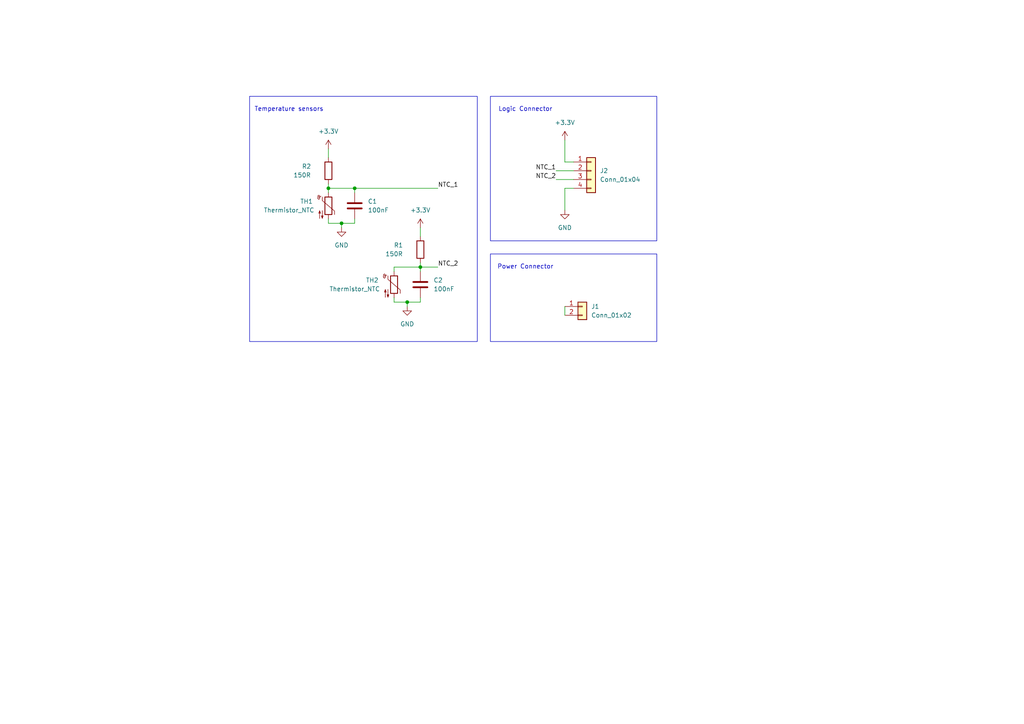
<source format=kicad_sch>
(kicad_sch (version 20250114) (generator "eeschema") (generator_version "9.0")
  (paper "A4")
  (lib_symbols
    (symbol "Connector_Generic:Conn_01x02" (pin_names (offset 1.016) (hide yes))
      (property "Reference" "J" (at 0 2.54 0))
      (property "Value" "Conn_01x02" (at 0 -5.08 0))
      (symbol "Conn_01x02_1_1"
        (rectangle (start -1.27 1.27) (end 1.27 -3.81) (stroke (width 0.254)) (fill (type background)))
        (rectangle (start -1.27 0.127) (end 0 -0.127) (stroke (width 0.1524)))
        (rectangle (start -1.27 -2.413) (end 0 -2.667) (stroke (width 0.1524)))
        (pin passive line (at -5.08 0 0) (length 3.81) (name "Pin_1") (number "1"))
        (pin passive line (at -5.08 -2.54 0) (length 3.81) (name "Pin_2") (number "2"))
      )
    )
    (symbol "Connector_Generic:Conn_01x04" (pin_names (offset 1.016) (hide yes))
      (property "Reference" "J" (at 0 5.08 0))
      (property "Value" "Conn_01x04" (at 0 -7.62 0))
      (symbol "Conn_01x04_1_1"
        (rectangle (start -1.27 3.81) (end 1.27 -6.35) (stroke (width 0.254)) (fill (type background)))
        (rectangle (start -1.27 2.667) (end 0 2.413) (stroke (width 0.1524)))
        (rectangle (start -1.27 0.127) (end 0 -0.127) (stroke (width 0.1524)))
        (rectangle (start -1.27 -2.413) (end 0 -2.667) (stroke (width 0.1524)))
        (rectangle (start -1.27 -4.953) (end 0 -5.207) (stroke (width 0.1524)))
        (pin passive line (at -5.08 2.54 0) (length 3.81) (name "Pin_1") (number "1"))
        (pin passive line (at -5.08 0 0) (length 3.81) (name "Pin_2") (number "2"))
        (pin passive line (at -5.08 -2.54 0) (length 3.81) (name "Pin_3") (number "3"))
        (pin passive line (at -5.08 -5.08 0) (length 3.81) (name "Pin_4") (number "4"))
      )
    )
    (symbol "Device:C" (pin_numbers (hide yes)) (pin_names (offset 0.254))
      (property "Reference" "C" (at 0.635 2.54 0))
      (property "Value" "C" (at 0.635 -2.54 0))
      (symbol "C_0_1"
        (polyline (pts (xy -2.032 0.762) (xy 2.032 0.762)) (stroke (width 0.508)))
        (polyline (pts (xy -2.032 -0.762) (xy 2.032 -0.762)) (stroke (width 0.508)))
      )
      (symbol "C_1_1"
        (pin passive line (at 0 3.81 270) (length 2.794) (name "~") (number "1"))
        (pin passive line (at 0 -3.81 90) (length 2.794) (name "~") (number "2"))
      )
    )
    (symbol "Device:Thermistor_NTC" (pin_numbers (hide yes)) (pin_names (offset 0))
      (property "Reference" "TH" (at -4.445 0 90))
      (property "Value" "Thermistor_NTC" (at 3.175 0 90))
      (symbol "Thermistor_NTC_0_1"
        (arc (start -3.175 2.413) (mid -3.0506 2.3165) (end -3.048 2.159))
        (arc (start -3.048 2.794) (mid -2.9736 2.9736) (end -2.794 3.048))
        (arc (start -2.794 3.048) (mid -2.6144 2.9736) (end -2.54 2.794))
        (arc (start -2.794 2.54) (mid -2.9736 2.6144) (end -3.048 2.794))
        (arc (start -2.794 1.905) (mid -2.9736 1.9794) (end -3.048 2.159))
        (arc (start -2.54 2.159) (mid -2.6144 1.9794) (end -2.794 1.905))
        (arc (start -2.159 2.794) (mid -2.434 2.5608) (end -2.794 2.54))
        (polyline (pts (xy -2.54 2.159) (xy -2.54 2.794)))
        (polyline (pts (xy -2.54 -3.683) (xy -2.54 -1.397) (xy -2.794 -2.159) (xy -2.286 -2.159) (xy -2.54 -1.397) (xy -2.54 -1.651)) (fill (type outline)))
        (polyline (pts (xy -1.778 2.54) (xy -1.778 1.524) (xy 1.778 -1.524) (xy 1.778 -2.54)))
        (polyline (pts (xy -1.778 -1.397) (xy -1.778 -3.683) (xy -2.032 -2.921) (xy -1.524 -2.921) (xy -1.778 -3.683) (xy -1.778 -3.429)) (fill (type outline)))
        (rectangle (start -1.016 2.54) (end 1.016 -2.54) (stroke (width 0.254)))
      )
      (symbol "Thermistor_NTC_1_1"
        (pin passive line (at 0 3.81 270) (length 1.27) (name "~") (number "1"))
        (pin passive line (at 0 -3.81 90) (length 1.27) (name "~") (number "2"))
      )
    )
    (symbol "ScottoKeebs:Placeholder_Resistor" (pin_numbers (hide yes)) (pin_names (offset 0))
      (property "Reference" "R" (at 0 2.032 0))
      (property "Value" "Resistor" (at 0 -2.54 0))
      (symbol "Placeholder_Resistor_0_1"
        (rectangle (start 2.54 -1.016) (end -2.54 1.016) (stroke (width 0.254)))
      )
      (symbol "Placeholder_Resistor_1_1"
        (pin passive line (at -3.81 0 0) (length 1.27) (name "~") (number "1"))
        (pin passive line (at 3.81 0 180) (length 1.27) (name "~") (number "2"))
      )
    )
    (symbol "power:+3.3V" (power) (pin_names (offset 0))
      (property "Value" "+3.3V" (at 0 3.556 0))
      (symbol "+3.3V_0_1"
        (polyline (pts (xy -0.762 1.27) (xy 0 2.54)))
        (polyline (pts (xy 0 2.54) (xy 0.762 1.27)))
        (polyline (pts (xy 0 0) (xy 0 2.54)))
      )
      (symbol "+3.3V_1_1"
        (pin power_in line (at 0 0 90) (length 0) (hide yes) (name "+3.3V") (number "1"))
      )
    )
    (symbol "power:GND" (power) (pin_names (offset 0))
      (property "Value" "GND" (at 0 -3.81 0))
      (symbol "GND_0_1"
        (polyline (pts (xy 0 0) (xy 0 -1.27) (xy 1.27 -1.27) (xy 0 -2.54) (xy -1.27 -1.27) (xy 0 -1.27)))
      )
      (symbol "GND_1_1"
        (pin power_in line (at 0 0 270) (length 0) (hide yes) (name "GND") (number "1"))
      )
    )
  )
  (rectangle (start 142.24 27.94) (end 190.5 69.85))
  (rectangle (start 142.24 73.66) (end 190.5 99.06))
  (rectangle (start 72.39 27.94) (end 138.43 99.06))
  (text "Logic Connector\n" (at 152.4 31.75 0) (effects (font (size 1.27 1.27))))
  (text "Power Connector\n" (at 152.4 77.47 0) (effects (font (size 1.27 1.27))))
  (text "Temperature sensors" (at 83.82 31.75 0) (effects (font (size 1.27 1.27))))
  (junction (at 118.11 87.63))
  (junction (at 102.87 54.61))
  (junction (at 99.06 64.77))
  (junction (at 95.25 54.61))
  (junction (at 121.92 77.47))
  (wire (pts (xy 127 77.47) (xy 121.92 77.47)))
  (wire (pts (xy 121.92 77.47) (xy 121.92 78.74)))
  (wire (pts (xy 102.87 63.5) (xy 102.87 64.77)))
  (wire (pts (xy 161.29 49.53) (xy 166.37 49.53)))
  (wire (pts (xy 102.87 54.61) (xy 127 54.61)))
  (wire (pts (xy 118.11 87.63) (xy 121.92 87.63)))
  (wire (pts (xy 95.25 54.61) (xy 95.25 53.34)))
  (wire (pts (xy 121.92 76.2) (xy 121.92 77.47)))
  (wire (pts (xy 121.92 66.04) (xy 121.92 68.58)))
  (wire (pts (xy 114.3 77.47) (xy 114.3 78.74)))
  (wire (pts (xy 166.37 52.07) (xy 161.29 52.07)))
  (wire (pts (xy 114.3 86.36) (xy 114.3 87.63)))
  (wire (pts (xy 163.83 46.99) (xy 163.83 40.64)))
  (wire (pts (xy 99.06 64.77) (xy 102.87 64.77)))
  (wire (pts (xy 95.25 55.88) (xy 95.25 54.61)))
  (wire (pts (xy 95.25 63.5) (xy 95.25 64.77)))
  (wire (pts (xy 95.25 54.61) (xy 102.87 54.61)))
  (wire (pts (xy 99.06 64.77) (xy 99.06 66.04)))
  (wire (pts (xy 163.83 60.96) (xy 163.83 54.61)))
  (wire (pts (xy 99.06 64.77) (xy 95.25 64.77)))
  (wire (pts (xy 114.3 77.47) (xy 121.92 77.47)))
  (wire (pts (xy 118.11 87.63) (xy 118.11 88.9)))
  (wire (pts (xy 102.87 54.61) (xy 102.87 55.88)))
  (wire (pts (xy 121.92 86.36) (xy 121.92 87.63)))
  (wire (pts (xy 163.83 54.61) (xy 166.37 54.61)))
  (wire (pts (xy 163.83 88.9) (xy 163.83 91.44)))
  (wire (pts (xy 114.3 87.63) (xy 118.11 87.63)))
  (wire (pts (xy 95.25 45.72) (xy 95.25 43.18)))
  (wire (pts (xy 163.83 46.99) (xy 166.37 46.99)))
  (label "NTC_1" (at 127 54.61 0))
  (label "NTC_1" (at 161.29 49.53 180))
  (label "NTC_2" (at 127 77.47 0))
  (label "NTC_2" (at 161.29 52.07 180))
  (symbol (lib_id "power:+3.3V") (at 121.92 66.04 0) (unit 1)
    (property "Reference" "#PWR06" (effects (hide yes)))
    (property "Value" "+3.3V" (at 121.92 60.96 0))
    (property "Description" "Power symbol creates a global label with name \"+3.3V\"" (effects (hide yes)))
  )
  (symbol (lib_id "ScottoKeebs:Placeholder_Resistor") (at 121.92 72.39 90) (unit 1)
    (property "Reference" "R1" (at 115.57 71.12 90))
    (property "Value" "150R" (at 114.3 73.66 90))
    (property "Footprint" "Resistor_SMD:R_0603_1608Metric" (effects (hide yes)))
    (property "Description" "Resistor" (effects (hide yes)))
    (property "MFN" "YAGEO" (effects (hide yes)))
    (property "MPN" " RC0603FR-10150RL " (effects (hide yes)))
    (property "Mouser_PN" " 603-RC0603FR-10150RL " (effects (hide yes)))
  )
  (symbol (lib_id "Device:Thermistor_NTC") (at 114.3 82.55 0) (unit 1)
    (property "Reference" "TH2" (at 107.95 81.28 0))
    (property "Value" "Thermistor_NTC" (at 102.87 83.82 0))
    (property "Footprint" "Diode_SMD:D_MiniMELF" (effects (hide yes)))
    (property "Description" "Temperature dependent resistor, negative temperature coefficient" (effects (hide yes)))
    (property "MFN" "Littlefuse" (effects (hide yes)))
    (property "MPN" "SM102B1K " (effects (hide yes)))
    (property "Mouser_PN" " 803-SM102B1K " (effects (hide yes)))
  )
  (symbol (lib_id "power:+3.3V") (at 95.25 43.18 0) (unit 1)
    (property "Reference" "#PWR05" (effects (hide yes)))
    (property "Value" "+3.3V" (at 95.25 38.1 0))
    (property "Description" "Power symbol creates a global label with name \"+3.3V\"" (effects (hide yes)))
  )
  (symbol (lib_id "Device:C") (at 102.87 59.69 0) (unit 1)
    (property "Reference" "C1" (at 106.68 58.4199 0) (effects (justify left)))
    (property "Value" "100nF" (at 106.68 60.9599 0) (effects (justify left)))
    (property "Footprint" "Capacitor_SMD:C_0603_1608Metric" (effects (hide yes)))
    (property "Description" "Unpolarized capacitor" (effects (hide yes)))
    (property "MFN" "Samsung Electro-Mechanics " (effects (hide yes)))
    (property "MPN" "CL10B104KC8NNNC " (effects (hide yes)))
    (property "Mouser_PN" " 187-CL10B104KC8NNNC " (effects (hide yes)))
  )
  (symbol (lib_id "ScottoKeebs:Placeholder_Resistor") (at 95.25 49.53 90) (unit 1)
    (property "Reference" "R2" (at 88.9 48.26 90))
    (property "Value" "150R" (at 87.63 50.8 90))
    (property "Footprint" "Resistor_SMD:R_0603_1608Metric" (effects (hide yes)))
    (property "Description" "Resistor" (effects (hide yes)))
    (property "MFN" "YAGEO" (effects (hide yes)))
    (property "MPN" " RC0603FR-10150RL " (effects (hide yes)))
    (property "Mouser_PN" " 603-RC0603FR-10150RL " (effects (hide yes)))
  )
  (symbol (lib_id "power:+3.3V") (at 163.83 40.64 0) (unit 1)
    (property "Reference" "#PWR01" (effects (hide yes)))
    (property "Value" "+3.3V" (at 163.83 35.56 0))
    (property "Description" "Power symbol creates a global label with name \"+3.3V\"" (effects (hide yes)))
  )
  (symbol (lib_id "power:GND") (at 163.83 60.96 0) (unit 1)
    (property "Reference" "#PWR02" (effects (hide yes)))
    (property "Value" "GND" (at 163.83 66.04 0))
    (property "Description" "Power symbol creates a global label with name \"GND\" , ground" (effects (hide yes)))
  )
  (symbol (lib_id "Connector_Generic:Conn_01x04") (at 171.45 49.53 0) (unit 1)
    (property "Reference" "J2" (at 173.99 49.5299 0) (effects (justify left)))
    (property "Value" "Conn_01x04" (at 173.99 52.0699 0) (effects (justify left)))
    (property "Footprint" "Connector_JST:JST_PH_B4B-PH-K_1x04_P2.00mm_Vertical" (effects (hide yes)))
    (property "Description" "Generic connector, single row, 01x04, script generated (kicad-library-utils/schlib/autogen/connector/)" (effects (hide yes)))
    (property "MFN" "JST Commercial " (effects (hide yes)))
    (property "MPN" " B4B-PH-K-S(LF)(SN) " (effects (hide yes)))
    (property "Mouser_PN" " 306-B4BPHKSLFSNPP " (effects (hide yes)))
  )
  (symbol (lib_id "power:GND") (at 99.06 66.04 0) (unit 1)
    (property "Reference" "#PWR04" (effects (hide yes)))
    (property "Value" "GND" (at 99.06 71.12 0))
    (property "Description" "Power symbol creates a global label with name \"GND\" , ground" (effects (hide yes)))
  )
  (symbol (lib_id "Device:C") (at 121.92 82.55 0) (unit 1)
    (property "Reference" "C2" (at 125.73 81.2799 0) (effects (justify left)))
    (property "Value" "100nF" (at 125.73 83.8199 0) (effects (justify left)))
    (property "Footprint" "Capacitor_SMD:C_0603_1608Metric" (effects (hide yes)))
    (property "Description" "Unpolarized capacitor" (effects (hide yes)))
    (property "MFN" "Samsung Electro-Mechanics " (effects (hide yes)))
    (property "MPN" "CL10B104KC8NNNC " (effects (hide yes)))
    (property "Mouser_PN" " 187-CL10B104KC8NNNC " (effects (hide yes)))
  )
  (symbol (lib_id "Connector_Generic:Conn_01x02") (at 168.91 88.9 0) (unit 1)
    (property "Reference" "J1" (at 171.45 88.8999 0) (effects (justify left)))
    (property "Value" "Conn_01x02" (at 171.45 91.4399 0) (effects (justify left)))
    (property "Footprint" "Connector_AMASS:AMASS_XT30U-M_1x02_P5.0mm_Vertical" (effects (hide yes)))
    (property "Description" "Generic connector, single row, 01x02, script generated (kicad-library-utils/schlib/autogen/connector/)" (effects (hide yes)))
    (property "MPN" "XT-30" (effects (hide yes)))
  )
  (symbol (lib_id "Device:Thermistor_NTC") (at 95.25 59.69 0) (unit 1)
    (property "Reference" "TH1" (at 88.9 58.42 0))
    (property "Value" "Thermistor_NTC" (at 83.82 60.96 0))
    (property "Footprint" "Diode_SMD:D_MiniMELF" (effects (hide yes)))
    (property "Description" "Temperature dependent resistor, negative temperature coefficient" (effects (hide yes)))
    (property "MFN" "Littlefuse" (effects (hide yes)))
    (property "MPN" " SM102B1K " (effects (hide yes)))
    (property "Mouser_PN" " 803-SM102B1K " (effects (hide yes)))
  )
  (symbol (lib_id "power:GND") (at 118.11 88.9 0) (unit 1)
    (property "Reference" "#PWR03" (effects (hide yes)))
    (property "Value" "GND" (at 118.11 93.98 0))
    (property "Description" "Power symbol creates a global label with name \"GND\" , ground" (effects (hide yes)))
  )
)
</source>
